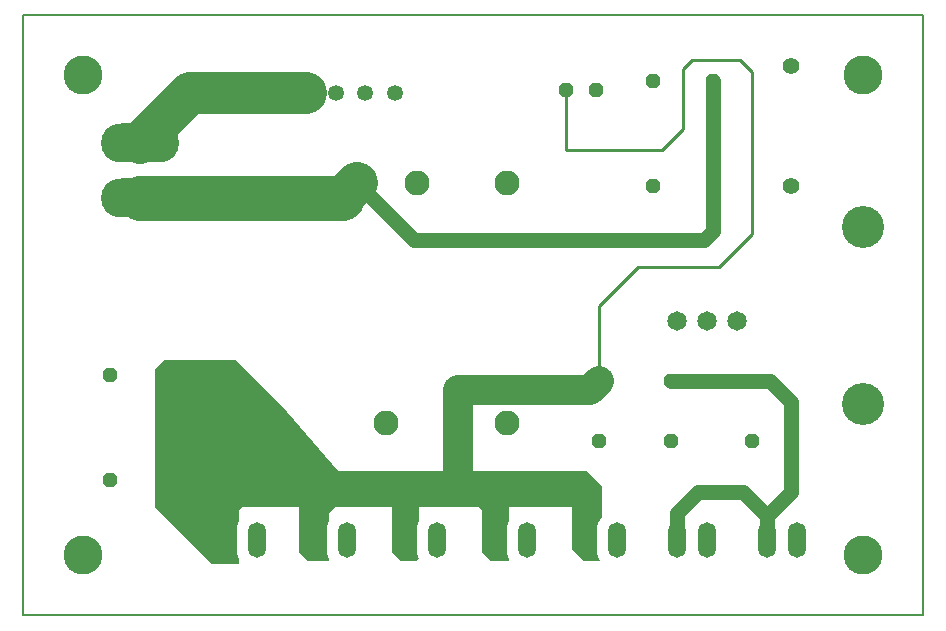
<source format=gtl>
G04 Layer_Physical_Order=1*
G04 Layer_Color=9306309*
%FSLAX23Y23*%
%MOIN*%
G70*
G01*
G75*
%ADD10C,0.005*%
%ADD11C,0.010*%
%ADD12C,0.140*%
%ADD13C,0.150*%
%ADD14C,0.100*%
%ADD15C,0.050*%
%ADD16C,0.055*%
%ADD17O,0.059X0.118*%
%ADD18P,0.052X8X292.5*%
%ADD19P,0.052X8X202.5*%
%ADD20C,0.083*%
%ADD21O,0.260X0.130*%
%ADD22C,0.053*%
%ADD23C,0.130*%
%ADD24C,0.140*%
%ADD25C,0.065*%
G36*
X3360Y2700D02*
X3550Y2480D01*
X4380D01*
X4430Y2430D01*
Y2327D01*
X4422Y2318D01*
X4416Y2306D01*
X4412Y2293D01*
X4411Y2280D01*
Y2220D01*
X4412Y2207D01*
X4416Y2194D01*
X4422Y2182D01*
X4420Y2180D01*
X4370D01*
X4330Y2220D01*
Y2360D01*
X4120D01*
Y2313D01*
X4116Y2306D01*
X4112Y2293D01*
X4111Y2280D01*
Y2220D01*
X4112Y2207D01*
X4116Y2194D01*
X4120Y2187D01*
Y2180D01*
X4060D01*
X4030Y2210D01*
Y2350D01*
X4020Y2360D01*
X3820D01*
Y2313D01*
X3816Y2306D01*
X3812Y2293D01*
X3811Y2280D01*
Y2220D01*
X3812Y2207D01*
X3816Y2194D01*
X3819Y2189D01*
X3810Y2180D01*
X3760D01*
X3730Y2210D01*
Y2360D01*
X3540D01*
X3520Y2340D01*
Y2313D01*
X3516Y2306D01*
X3512Y2293D01*
X3511Y2280D01*
Y2220D01*
X3512Y2207D01*
X3516Y2194D01*
X3520Y2187D01*
Y2180D01*
X3450D01*
X3420Y2210D01*
Y2360D01*
X3230D01*
X3220Y2350D01*
Y2313D01*
X3216Y2306D01*
X3212Y2293D01*
X3211Y2280D01*
Y2220D01*
X3212Y2207D01*
X3216Y2194D01*
X3220Y2187D01*
Y2170D01*
X3130D01*
X2940Y2360D01*
Y2820D01*
X2970Y2850D01*
X3210D01*
X3360Y2700D01*
D02*
G37*
D10*
X2500Y2000D02*
Y4000D01*
Y2000D02*
X5500D01*
Y4000D01*
X2500D02*
X5500D01*
D11*
X4420Y2780D02*
Y3030D01*
X4550Y3160D01*
X4820D01*
X4930Y3270D01*
Y3810D01*
X4890Y3850D02*
X4930Y3810D01*
X4730Y3850D02*
X4890D01*
X4700Y3820D02*
X4730Y3850D01*
X4700Y3620D02*
Y3820D01*
X4630Y3550D02*
X4700Y3620D01*
X4310Y3550D02*
X4630D01*
X4310D02*
Y3750D01*
D12*
X3055Y3740D02*
X3442D01*
X2890Y3575D02*
X3055Y3740D01*
X3562Y3390D02*
X3612Y3440D01*
D13*
X2890Y3390D02*
X3562D01*
D14*
X3950Y2450D02*
Y2750D01*
X4390D01*
X4420Y2780D01*
D15*
X4660D02*
X4930D01*
X4900Y2410D02*
X4980Y2330D01*
X4750Y2410D02*
X4900D01*
X4680Y2340D02*
X4750Y2410D01*
X4680Y2250D02*
Y2340D01*
X4930Y2780D02*
X4990D01*
X5060Y2710D01*
Y2410D02*
Y2710D01*
X4980Y2330D02*
X5060Y2410D01*
X4980Y2250D02*
Y2330D01*
X3612Y3440D02*
X3802Y3250D01*
X4770D01*
X4800Y3280D01*
Y3430D01*
Y3780D01*
D16*
X5060Y3430D02*
D03*
Y3830D02*
D03*
D17*
X4780Y2250D02*
D03*
X4680D02*
D03*
X5080D02*
D03*
X4980D02*
D03*
X3280D02*
D03*
X3180D02*
D03*
X3580D02*
D03*
X3480D02*
D03*
X3880D02*
D03*
X3780D02*
D03*
X4180D02*
D03*
X4080D02*
D03*
X4480D02*
D03*
X4380D02*
D03*
D18*
X4930Y2580D02*
D03*
Y2780D02*
D03*
X4660Y2580D02*
D03*
Y2780D02*
D03*
X4420Y2580D02*
D03*
Y2780D02*
D03*
D19*
X2790Y2450D02*
D03*
X2990D02*
D03*
X4600Y3780D02*
D03*
X4800D02*
D03*
X2790Y2800D02*
D03*
X2990D02*
D03*
X4600Y3430D02*
D03*
X4800D02*
D03*
X4310Y3750D02*
D03*
X4410D02*
D03*
D20*
X3308Y2640D02*
D03*
X3710D02*
D03*
X4112D02*
D03*
X3612Y3440D02*
D03*
X3812D02*
D03*
X4112D02*
D03*
D21*
X2890Y3575D02*
D03*
Y3390D02*
D03*
D22*
X3442Y3740D02*
D03*
X3541D02*
D03*
X3639D02*
D03*
X3738D02*
D03*
D23*
X5300Y2200D02*
D03*
X2700Y3800D02*
D03*
X5300D02*
D03*
X2700Y2200D02*
D03*
D24*
X5300Y2705D02*
D03*
Y3295D02*
D03*
D25*
X4780Y2980D02*
D03*
X4880D02*
D03*
X4680D02*
D03*
M02*

</source>
